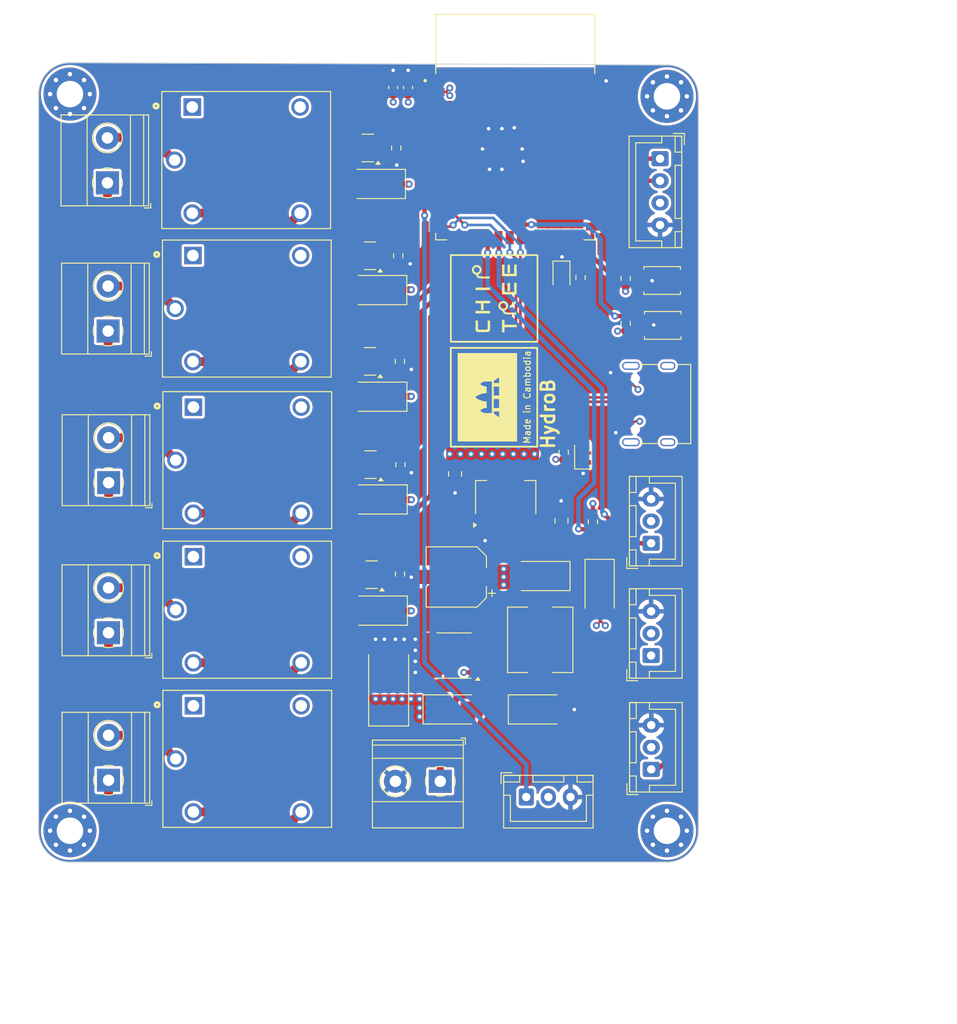
<source format=kicad_pcb>
(kicad_pcb (version 20240108) (generator "pcbnew") (generator_version "8.0")
  (layers (0 "F.Cu" signal) (1 "In1.Cu" power "GND") (2 "In2.Cu" power "PWR") (31 "B.Cu" signal) (34 "B.Paste" user) (35 "F.Paste" user) (36 "B.SilkS" user "B.Silkscreen") (37 "F.SilkS" user "F.Silkscreen") (38 "B.Mask" user) (39 "F.Mask" user) (44 "Edge.Cuts" user))
  (net 0 "")
  (net 1 "GND")
  (net 2 "+3.3V")
  (net 3 "VBUS")
  (net 4 "+5V")
  (net 5 "Net-(D18-K)")
  (net 6 "Net-(D7-A)")
  (net 7 "Net-(D8-A)")
  (net 8 "Net-(D10-A)")
  (net 9 "Net-(D14-A)")
  (net 10 "Net-(D15-A)")
  (net 11 "Net-(D16-A)")
  (net 12 "Net-(D17-K)")
  (net 13 "Net-(D20-A)")
  (net 14 "Net-(J14-Pin_2)")
  (net 15 "Net-(J14-Pin_1)")
  (net 16 "Net-(J15-Pin_2)")
  (net 17 "Net-(J15-Pin_1)")
  (net 18 "Net-(J16-Pin_2)")
  (net 19 "Net-(J16-Pin_1)")
  (net 20 "Net-(J17-Pin_1)")
  (net 21 "Net-(J17-Pin_2)")
  (net 22 "Net-(J18-Pin_2)")
  (net 23 "Net-(J18-Pin_1)")
  (net 24 "/HydroB/Block Sensor1/IO9")
  (net 25 "/HydroB/Block Sensor1/SCL")
  (net 26 "/HydroB/Block Sensor1/SDA")
  (net 27 "/HydroB/Block Sensor1/IO10")
  (net 28 "/HydroB/Block Sensor1/IO8")
  (net 32 "/HydroB/ESP32-S3/D-")
  (net 34 "/HydroB/ESP32-S3/D+")
  (net 45 "Net-(Q6-B)")
  (net 46 "Net-(Q7-B)")
  (net 47 "Net-(Q8-B)")
  (net 48 "Net-(Q9-B)")
  (net 49 "Net-(Q10-B)")
  (net 50 "/HydroB/Block Relay1/RELAY_1")
  (net 51 "/HydroB/Block Relay1/RELAY_4")
  (net 52 "/HydroB/Block Relay1/RELAY_2")
  (net 53 "/HydroB/Block Relay1/RELAY_5")
  (net 54 "/HydroB/Block Relay1/RELAY_3")
  (net 55 "/HydroB/ESP32-S3/LED")
  (net 56 "/HydroB/ESP32-S3/RESET")
  (net 70 "Net-(D1-A)")
  (net 80 "/HydroB/ESP32-S3/BOOT")
  (footprint "Diode_SMD:D_SMA" (layer "F.Cu") (at 168.503472 109.6 180)
    (property "Reference" "D18" (hide yes))
    (property "Value" "B120-E3")
  )
  (footprint "Diode_SMD:D_SMA" (layer "F.Cu") (at 149.882972 65.252472 180)
    (property "Reference" "D7" (hide yes))
    (property "Value" "1N4007")
  )
  (footprint "SRD-05VDC-SL-C:RELAY_SRD-05VDC-SL-C" (layer "F.Cu") (at 135.487472 96.494472)
    (property "Reference" "K9" (hide yes))
    (property "Value" "SRD-05VDC-SL-C")
  )
  (footprint "Diode_SMD:D_SMA" (layer "F.Cu") (at 158.883472 124.688472)
    (property "Reference" "D16" (hide yes))
    (property "Value" "1N4007")
  )
  (footprint "Connector_JST:JST_XH_B4B-XH-A_1x04_P2.50mm_Vertical" (layer "F.Cu") (at 182.2 62.4 -90)
    (property "Reference" "J20" (hide yes))
    (property "Value" "LCD")
  )
  (footprint "MountingHole:MountingHole_3mm_Pad_Via" (layer "F.Cu") (at 115.417472 55.092472)
    (property "Reference" "H6" (hide yes))
    (property "Value" "MountingHole")
  )
  (footprint "Resistor_SMD:R_0603_1608Metric" (layer "F.Cu") (at 152.755472 85.318472 -90)
    (property "Reference" "R13" (hide yes))
    (property "Value" "470")
  )
  (footprint "TerminalBlock_Phoenix:TerminalBlock_Phoenix_MKDS-1,5-2-5.08_1x02_P5.08mm_Horizontal" (layer "F.Cu") (at 119.735472 81.889472 90)
    (property "Reference" "J16" (hide yes))
    (property "Value" "Screw_Terminal_01x02")
  )
  (footprint "Resistor_SMD:R_0603_1608Metric" (layer "F.Cu") (at 174.599472 103.477472 90)
    (property "Reference" "R15" (hide yes))
    (property "Value" "5K")
  )
  (footprint "Connector_JST:JST_XH_B3B-XH-A_1x03_P2.50mm_Vertical" (layer "F.Cu") (at 181.186472 118.592472 90)
    (property "Reference" "J24" (hide yes))
    (property "Value" "Fan")
  )
  (footprint "MOD FILE:XCVR_ESP32-S3-WROOM-1-N16R2" (layer "F.Cu") (at 165.815472 58.828472)
    (property "Reference" "U1" (hide yes))
    (property "Value" "ESP32-S3-WROOM-1-N16R2")
  )
  (footprint "Diode_SMD:D_SMA" (layer "F.Cu") (at 150.039972 89.316472 180)
    (property "Reference" "D14" (hide yes))
    (property "Value" "1N4007")
  )
  (footprint "Package_TO_SOT_SMD:SOT-23" (layer "F.Cu") (at 149.5625 109.45 180)
    (property "Reference" "Q10" (hide yes))
    (property "Value" "S8050")
  )
  (footprint "LED_SMD:LED_0805_2012Metric" (layer "F.Cu") (at 171.043472 75.666472 -90)
    (property "Reference" "D1" (hide yes))
    (property "Value" "LED_Small")
  )
  (footprint "Resistor_SMD:R_0603_1608Metric" (layer "F.Cu") (at 152.566472 73.380472 90)
    (property "Reference" "R12" (hide yes))
    (property "Value" "470")
  )
  (footprint "Capacitor_SMD:C_0805_2012Metric" (layer "F.Cu") (at 159 98.05 -90)
    (property "Reference" "C12" (hide yes))
    (property "Value" "10uf")
  )
  (footprint "Package_SO:SOIC-8_3.9x4.9mm_P1.27mm" (layer "F.Cu") (at 158.883472 118.592472 180)
    (property "Reference" "U4" (hide yes))
    (property "Value" "XL1509-5.0")
  )
  (footprint "Inductor_SMD:L_7.3x7.3_H3.5" (layer "F.Cu") (at 168.637472 116.814472 90)
    (property "Reference" "L2" (hide yes))
    (property "Value" "68uH")
  )
  (footprint "Connector_JST:JST_XH_B3B-XH-A_1x03_P2.50mm_Vertical" (layer "F.Cu") (at 181.186472 105.892472 90)
    (property "Reference" "J21" (hide yes))
    (property "Value" "DS18B20 sensor")
  )
  (footprint "Resistor_SMD:R_0603_1608Metric" (layer "F.Cu") (at 178.308 75.946 -90)
    (property "Reference" "R18" (hide yes))
    (property "Value" "10k")
  )
  (footprint "Resistor_SMD:R_0603_1608Metric" (layer "F.Cu") (at 173.202472 75.841972 -90)
    (property "Reference" "R1" (hide yes))
    (property "Value" "1k")
  )
  (footprint "CHIPTREE_LOGO:CHPTREE-10x10mm" (layer "F.Cu") (at 163.423472 78.206472 90)
    (property "Reference" "G***" (hide yes))
    (property "Value" "LOGO" (hide yes))
  )
  (footprint "CHIPTREE_LOGO:cam10x10" (layer "F.Cu") (at 162.661472 89.382472 90)
    (property "Reference" "G***" (hide yes))
    (property "Value" "LOGO" (hide yes))
  )
  (footprint "Package_TO_SOT_SMD:SOT-23" (layer "F.Cu") (at 149.120972 61.188472 180)
    (property "Reference" "Q6" (hide yes))
    (property "Value" "S8050")
  )
  (footprint "Capacitor_SMD:CP_Elec_6.3x7.7" (layer "F.Cu") (at 159.137472 109.702472 180)
    (property "Reference" "C9" (hide yes))
    (property "Value" "180uf/35V")
  )
  (footprint "Package_TO_SOT_SMD:SOT-23" (layer "F.Cu") (at 149.374972 73.380472 180)
    (property "Reference" "Q8" (hide yes))
    (property "Value" "S8050")
  )
  (footprint "SRD-05VDC-SL-C:RELAY_SRD-05VDC-SL-C" (layer "F.Cu") (at 135.431472 79.349472)
    (property "Reference" "K8" (hide yes))
    (property "Value" "SRD-05VDC-SL-C")
  )
  (footprint "Package_TO_SOT_SMD:SOT-223-3_TabPin2" (layer "F.Cu") (at 164.730972 100.708972 90)
    (property "Reference" "U5" (hide yes))
    (property "Value" "AMS1117-3.3")
  )
  (footprint "Diode_SMD:D_SMA" (layer "F.Cu") (at 168.535472 124.688472)
    (property "Reference" "D17" (hide yes))
    (property "Value" "1N5820")
  )
  (footprint "Diode_SMD:D_SMA" (layer "F.Cu") (at 150.1025 113.514 180)
    (property "Reference" "D15" (hide yes))
    (property "Value" "1N4007")
  )
  (footprint "Resistor_SMD:R_0603_1608Metric" (layer "F.Cu") (at 152.344472 61.188472 90)
    (property "Reference" "R9" (hide yes))
    (property "Value" "470")
  )
  (footprint "Resistor_SMD:R_0603_1608Metric" (layer "F.Cu") (at 152.7675 109.371 -90)
    (property "Reference" "R14" (hide yes))
    (property "Value" "470")
  )
  (footprint "TerminalBlock_Phoenix:TerminalBlock_Phoenix_MKDS-1,5-2-5.08_1x02_P5.08mm_Horizontal" (layer "F.Cu") (at 119.782472 116.014972 90)
    (property "Reference" "J15" (hide yes))
    (property "Value" "Screw_Terminal_01x02")
  )
  (footprint "Connector_JST:JST_XH_B3B-XH-A_1x03_P2.50mm_Vertical" (layer "F.Cu") (at 167.059472 134.594472)
    (property "Reference" "J23" (hide yes))
    (property "Value" "PH sensor")
  )
  (footprint "MountingHole:MountingHole_3mm_Pad_Via" (layer "F.Cu") (at 115.417472 138.404472)
    (property "Reference" "H7" (hide yes))
    (property "Value" "MountingHole")
  )
  (footprint "Resistor_SMD:R_0603_1608Metric" (layer "F.Cu") (at 171.297472 95.603472 90)
    (property "Reference" "R16" (hide yes))
    (property "Value" "1k")
  )
  (footprint "Package_TO_SOT_SMD:SOT-23" (layer "F.Cu") (at 149.374972 85.318472 180)
    (property "Reference" "Q9" (hide yes))
    (property "Value" "S8050")
  )
  (footprint "Connector_USB:USB_C_Receptacle_Palconn_UTC16-G" (layer "F.Cu") (at 180.836472 90.144472 90)
    (property "Reference" "J26" (hide yes))
    (property "Value" "USB_C_2.0")
  )
  (footprint "TerminalBlock_Phoenix:TerminalBlock_Phoenix_MKDS-1,5-2-5.08_1x02_P5.08mm_Horizontal" (layer "F.Cu") (at 119.794472 99.039472 90)
    (property "Reference" "J17" (hide yes))
    (property "Value" "Screw_Terminal_01x02")
  )
  (footprint "TerminalBlock_Phoenix:TerminalBlock_Phoenix_MKDS-1,5-2-5.08_1x02_P5.08mm_Horizontal" (layer "F.Cu") (at 119.659472 65.130472 90)
    (property "Reference" "J14" (hide yes))
    (property "Value" "Screw_Terminal_01x02")
  )
  (footprint "SRD-05VDC-SL-C:RELAY_SRD-05VDC-SL-C" (layer "F.Cu") (at 135.360472 62.554472)
    (property "Reference" "K5" (hide yes))
    (property "Value" "SRD-05VDC-SL-C")
  )
  (footprint "Capacitor_Tantalum_SMD:CP_EIA-7343-30_AVX-N" (layer "F.Cu") (at 151.485472 122.148472 90)
    (property "Reference" "C8" (hide yes))
    (property "Value" "470uf/35V")
  )
  (footprint "Connector_JST:JST_XH_B3B-XH-A_1x03_P2.50mm_Vertical" (layer "F.Cu") (at 181.203472 131.466472 90)
    (property "Reference" "J1" (hide yes))
    (property "Value" "EC sensor")
  )
  (footprint "Button_Switch_SMD:SW_Push_SPST_NO_Alps_SKRK" (layer "F.Cu") (at 182.499 81.248472)
    (property "Reference" "SW3" (hide yes))
    (property "Value" "K2")
  )
  (footprint "Resistor_SMD:R_0603_1608Metric" (layer "F.Cu") (at 152.818 97 -90)
    (property "Reference" "R11" (hide yes))
    (property "Value" "470")
  )
  (footprint "TerminalBlock_Phoenix:TerminalBlock_Phoenix_MKDS-1,5-2-5.08_1x02_P5.08mm_Horizontal" (layer "F.Cu") (at 119.786472 132.689472 90)
    (property "Reference" "J18" (hide yes))
    (property "Value" "Screw_Terminal_01x02")
  )
  (footprint "Diode_SMD:D_SMA" (layer "F.Cu") (at 150.026472 77.256472 180)
    (property "Reference" "D10" (hide yes))
    (property "Value" "1N4007")
  )
  (footprint "Capacitor_SMD:C_0805_2012Metric" (layer "F.Cu") (at 171.043472 103.352472 90)
    (property "Reference" "C10" (hide yes))
    (property "Value" "10uf")
  )
  (footprint "MountingHole:MountingHole_3mm_Pad_Via" (layer "F.Cu") (at 182.981472 55.346472)
    (property "Reference" "H8" (hide yes))
    (property "Value" "MountingHole")
  )
  (footprint "Capacitor_SMD:C_0603_1608Metric" (layer "F.Cu") (at 151.993472 54.343472 -90)
    (property "Reference" "C6" (hide yes))
    (property "Value" "0.1uF")
  )
  (footprint "Package_TO_SOT_SMD:SOT-23" (layer "F.Cu") (at 149.4375 97 180)
    (property "Reference" "Q7" (hide yes))
    (property "Value" "S8050")
  )
  (footprint "Capacitor_SMD:C_0603_1608Metric" (layer "F.Cu") (at 153.683472 54.343472 -90)
    (property "Reference" "C4" (hide yes))
    (property "Value" "10uF")
  )
  (footprint "MountingHole:MountingHole_3mm_Pad_Via" (layer "F.Cu") (at 182.981472 138.404472)
    (property "Reference" "H5" (hide yes))
    (property "Value" "MountingHole")
  )
  (footprint "Diode_SMD:D_SMA" (layer "F.Cu") (at 150.076 100.939 180)
    (property "Reference" "D8" (hide yes))
    (property "Value" "1N4007")
  )
  (footprint "LED_SMD:LED_0805_2012Metric" (layer "F.Cu") (at 173.492472 95.809472 90)
    (property "Reference" "D20" (hide yes))
    (property "Value" "LED_Small")
  )
  (footprint "Button_Switch_SMD:SW_Push_SPST_NO_Alps_SKRK" (layer "F.Cu") (at 182.431 76.174472)
    (property "Reference" "SW4" (hide yes))
    (property "Value" "K1")
  )
  (footprint "SRD-05VDC-SL-C:RELAY_SRD-05VDC-SL-C" (layer "F.Cu") (at 135.479472 113.411472)
    (property "Reference" "K7" (hide yes))
    (property "Value" "SRD-05VDC-SL-C")
  )
  (footprint "TerminalBlock_Phoenix:TerminalBlock_Phoenix_MKDS-1,5-2-5.08_1x02_P5.08mm_Horizontal" (layer "F.Cu") (at 157.327472 132.816472 180)
    (property "Reference" "J2" (hide yes))
    (property "Value" "Screw_Terminal_01x02")
  )
  (footprint "SRD-05VDC-SL-C:RELAY_SRD-05VDC-SL-C" (layer "F.Cu") (at 135.483472 130.276472)
    (property "Reference" "K10" (hide yes))
    (property "Value" "SRD-05VDC-SL-C")
  )
  (footprint "Resistor_SMD:R_0603_1608Metric" (layer "F.Cu") (at 178.308 81.026 -90)
    (property "Reference" "R17" (hide yes))
    (property "Value" "10k")
  )
  (footprint "Diode_SMD:D_SMA" (layer "F.Cu") (at 175.361472 111.226472 -90)
    (property "Reference" "D19" (hide yes))
    (property "Value" "B120-E3")
  )
  (gr_rect (start 158.521272 83.794472) (end 168.300272 94.970472) (stroke (width 0.2)) (fill none) (layer "F.SilkS"))
  (gr_arc (start 111.861472 55.092472) (mid 112.903 52.578) (end 115.417472 51.536472) (stroke (width 0.1)) (layer "Edge.Cuts"))
  (gr_line (start 111.861472 55.092472) (end 111.861472 138.404472) (stroke (width 0.1)) (layer "Edge.Cuts"))
  (gr_line (start 115.417472 141.960472) (end 182.981472 141.960472) (stroke (width 0.1)) (layer "Edge.Cuts"))
  (gr_line (start 186.537472 138.404472) (end 186.537472 55.346472) (stroke (width 0.1)) (layer "Edge.Cuts"))
  (gr_arc (start 182.981472 51.790472) (mid 185.495944 52.832) (end 186.537472 55.346472) (stroke (width 0.1)) (layer "Edge.Cuts"))
  (gr_arc (start 186.537472 138.404472) (mid 185.495944 140.918944) (end 182.981472 141.960472) (stroke (width 0.1)) (layer "Edge.Cuts"))
  (gr_arc (start 115.417472 141.960472) (mid 112.903 140.918944) (end 111.861472 138.404472) (stroke (width 0.1)) (layer "Edge.Cuts"))
  (gr_line (start 182.981472 51.790472) (end 115.417472 51.536472) (stroke (width 0.1)) (layer "Edge.Cuts"))
  (gr_text "HydroB" (at 170.4 95.4 90) (layer "F.SilkS") (effects (font (size 1.5 1.5) (thickness 0.3) (bold yes)) (justify left bottom)))
  (gr_text "Made in Cambodia " (at 167.6 94.7166 90) (layer "F.SilkS") (effects (font (size 0.75 0.75) (thickness 0.125)) (justify left bottom)))
  (segment (start 171.043472 73.556528) (end 171.1 73.5) (width 0.5) (layer "F.Cu") (net 1))
  (segment (start 164.315472 62.688472) (end 164.315472 63.584528) (width 0.25) (layer "F.Cu") (net 1))
  (segment (start 153.67 87.122) (end 150.876 87.122) (width 0.5) (layer "F.Cu") (net 1))
  (segment (start 177.238923 93.344472) (end 178.326472 93.344472) (width 0.5) (layer "F.Cu") (net 1))
  (segment (start 153.7 53.551944) (end 153.683472 53.568472) (width 0.5) (layer "F.Cu") (net 1))
  (segment (start 152 52.4) (end 152 53.561944) (width 0.5) (layer "F.Cu") (net 1))
  (segment (start 155.7 111.3) (end 151.4 111.3) (width 0.5) (layer "F.Cu") (net 1))
  (segment (start 162.915472 61.288472) (end 162.111528 61.288472) (width 0.25) (layer "F.Cu") (net 1))
  (segment (start 162.4 103.889944) (end 162.430972 103.858972) (width 0.5) (layer "F.Cu") (net 1))
  (segment (start 181.3 76.2) (end 180.213 76.2) (width 0.5) (layer "F.Cu") (net 1))
  (segment (start 173.5 96.7545) (end 173.492472 96.746972) (width 0.5) (layer "F.Cu") (net 1))
  (segment (start 150.312472 86.558472) (end 150.312472 86.268472) (width 0.5) (layer "F.Cu") (net 1))
  (segment (start 152.4 63.119) (end 150.495 63.119) (width 0.5) (layer "F.Cu") (net 1))
  (segment (start 171.043472 74.728972) (end 171.043472 73.556528) (width 0.5) (layer "F.Cu") (net 1))
  (segment (start 174.597 53.6) (end 174.565472 53.568472) (width 0.5) (layer "F.Cu") (net 1))
  (segment (start 153.683472 53.568472) (end 157.065472 53.568472) (width 0.5) (layer "F.Cu") (net 1))
  (segment (start 153.543 75.184) (end 150.876 75.184) (width 0.5) (layer "F.Cu") (net 1))
  (segment (start 162.111528 61.288472) (end 162.1 61.3) (width 0.25) (layer "F.Cu") (net 1))
  (segment (start 152 53.561944) (end 151.993472 53.568472) (width 0.5) (layer "F.Cu") (net 1))
  (segment (start 164.315472 59.015472) (end 164.3 59) (width 0.25) (layer "F.Cu") (net 1))
  (segment (start 153.543 98.933) (end 154.051 98.425) (width 0.5) (layer "F.Cu") (net 1))
  (segment (start 153.924 74.295) (end 153.924 74.803) (width 0.5) (layer "F.Cu") (net 1))
  (segment (start 153.7 52.4) (end 153.7 53.551944) (width 0.5) (layer "F.Cu") (net 1))
  (segment (start 150.495 63.119) (end 150.058472 62.682472) (width 0.5) (layer "F.Cu") (net 1))
  (segment (start 164.315472 63.584528) (end 164.3 63.6) (width 0.25) (layer "F.Cu") (net 1))
  (segment (start 156.345944 116.75) (end 156.408472 116.687472) (width 0.5) (layer "F.Cu") (net 1))
  (segment (start 180.447472 81.2) (end 180.399 81.248472) (width 0.5) (layer "F.Cu") (net 1))
  (segment (start 165.715472 59.888472) (end 165.715472 58.915472) (width 0.25) (layer "F.Cu") (net 1))
  (segment (start 156.405944 120.5) (end 156.408472 120.497472) (width 0.5) (layer "F.Cu") (net 1))
  (segment (start 164.315472 59.888472) (end 164.315472 59.015472) (width 0.25) (layer "F.Cu") (net 1))
  (segment (start 150.375 97.95) (end 150.375 98.432) (width 0.5) (layer "F.Cu") (net 1))
  (segment (start 159 100.2) (end 159 99) (width 0.5) (layer "F.Cu") (net 1))
  (segment (start 170.547 124.7) (end 170.535472 124.688472) (width 0.5) (layer "F.Cu") (net 1))
  (segment (start 153.924 74.803) (end 153.543 75.184) (width 0.5) (layer "F.Cu") (net 1))
  (segment (start 172.5 124.7) (end 170.547 124.7) (width 0.5) (layer "F.Cu") (net 1))
  (segment (start 150.058472 62.682472) (end 150.058472 62.138472) (width 0.5) (layer "F.Cu") (net 1))
  (segment (start 166.588472 61.288472) (end 166.6 61.3) (width 0.25) (layer "F.Cu") (net 1))
  (segment (start 150.312472 74.620472) (end 150.312472 74.330472) (width 0.5) (layer "F.Cu") (net 1))
  (segment (start 162.915472 59.115472) (end 162.8 59) (width 0.25) (layer "F.Cu") (net 1))
  (segment (start 156.437472 109.702472) (end 156.437472 110.562528) (width 0.5) (layer "F.Cu") (net 1))
  (segment (start 166.688472 62.688472) (end 166.7 62.7) (width 0.25) (layer "F.Cu") (net 1))
  (segment (start 181.483 81.2) (end 180.447472 81.2) (width 0.5) (layer "F.Cu") (net 1))
  (segment (start 156.385944 119.25) (end 156.408472 119.227472) (width 0.5) (layer "F.Cu") (net 1))
  (segment (start 156.365944 118) (end 156.408472 117.957472) (width 0.5) (layer "F.Cu") (net 1))
  (segment (start 171 101.1) (end 171 102.359) (width 0.5) (layer "F.Cu") (net 1))
  (segment (start 154.051 109.728) (end 156.411944 109.728) (width 0.5) (layer "F.Cu") (net 1))
  (segment (start 162.915472 62.688472) (end 162.915472 63.584528) (width 0.25) (layer "F.Cu") (net 1))
  (segment (start 165.715472 61.288472) (end 166.588472 61.288472) (width 0.25) (layer "F.Cu") (net 1))
  (segment (start 180.213 76.2) (end 180.187472 76.174472) (width 0.5) (layer "F.Cu") (net 1))
  (segment (start 156.411944 109.728) (end 156.437472 109.702472) (width 0.5) (layer "F.Cu") (net 1))
  (segment (start 154.051 98.425) (end 154.051 97.917) (width 0.5) (layer "F.Cu") (net 1))
  (segment (start 156.437472 110.562528) (end 155.7 111.3) (width 0.5) (layer "F.Cu") (net 1))
  (segment (start 177.194788 93.388607) (end 177.238923 93.344472) (width 0.5) (layer "F.Cu") (net 1))
  (segment (start 150.876 75.184) (end 150.312472 74.620472) (width 0.5) (layer "F.Cu") (net 1))
  (segment (start 176.944472 86.944472) (end 178.326472 86.944472) (width 0.5) (layer "F.Cu") (net 1))
  (segment (start 150.375 98.432) (end 150.876 98.933) (width 0.5) (layer "F.Cu") (net 1))
  (segment (start 173.5 98) (end 173.5 96.7545) (width 0.5) (layer "F.Cu") (net 1))
  (segment (start 176.1 53.6) (end 174.597 53.6) (width 0.5) (layer "F.Cu") (net 1))
  (segment (start 150.876 87.122) (end 150.312472 86.558472) (width 0.5) (layer "F.Cu") (net 1))
  (segment (start 171 102.359) (end 171.043472 102.402472) (width 0.5) (layer "F.Cu") (net 1))
  (segment (start 162.915472 59.888472) (end 162.915472 59.115472) (width 0.25) (layer "F.Cu") (net 1))
  (segment (start 154.051 86.233) (end 154.051 86.741) (width 0.5) (layer "F.Cu") (net 1))
  (segment (start 162.4 105.6) (end 162.4 103.889944) (width 0.5) (layer "F.Cu") (net 1))
  (segment (start 151.4 111.3) (end 150.5 110.4) (width 0.5) (layer "F.Cu") (net 1))
  (segment (start 176.6 86.6) (end 176.944472 86.944472) (width 0.5) (layer "F.Cu") (net 1))
  (segment (start 161.371 116.7) (end 161.358472 116.687472) (width 0.5) (layer "F.Cu") (net 1))
  (segment (start 165.715472 58.915472) (end 165.7 58.9) (width 0.25) (layer "F.Cu") (net 1))
  (segment (start 150.876 98.933) (end 153.543 98.933) (width 0.5) (layer "F.Cu") (net 1))
  (segment (start 165.715472 62.688472) (end 166.688472 62.688472) (width 0.25) (layer "F.Cu") (net 1))
  (segment (start 154.051 86.741) (end 153.67 87.122) (width 0.5) (layer "F.Cu") (net 1))
  (segment (start 162.915472 63.584528) (end 162.9 63.6) (width 0.25) (layer "F.Cu") (net 1))
  (segment (start 164.315472 61.288472) (end 165.715472 61.288472) (width 0.25) (layer "F.Cu") (net 1))
  (via (at 176.1 53.6) (size 0.8) (drill 0.4) (layers "F.Cu" "B.Cu") (net 1))
  (via (at 162.8 59) (size 0.8) (drill 0.4) (layers "F.Cu" "B.Cu") (net 1))
  (via (at 173.5 98) (size 0.8) (drill 0.4) (layers "F.Cu" "B.Cu") (net 1))
  (via (at 153.7 52.4) (size 0.8) (drill 0.4) (layers "F.Cu" "B.Cu") (net 1))
  (via (at 171.1 73.5) (size 0.8) (drill 0.4) (layers "F.Cu" "B.Cu") (net 1))
  (via (at 165.7 58.9) (size 0.8) (drill 0.4) (layers "F.Cu" "B.Cu") (net 1))
  (via (at 154.051 109.728) (size 0.8) (drill 0.4) (layers "F.Cu" "B.Cu") (net 1))
  (via (at 153.924 74.295) (size 0.8) (drill 0.4) (layers "F.Cu" "B.Cu") (net 1))
  (via (at 151 116.75) (size 0.8) (drill 0.4) (layers "F.Cu" "B.Cu") (net 1))
  (via (at 177.194788 93.388607) (size 0.8) (drill 0.4) (layers "F.Cu" "B.Cu") (net 1))
  (via (at 152.25 116.75) (size 0.8) (drill 0.4) (layers "F.Cu" "B.Cu") (net 1))
  (via (at 159 100.2) (size 0.8) (drill 0.4) (layers "F.Cu" "B.Cu") (net 1))
  (via (at 154.5 120.5) (size 0.8) (drill 0.4) (layers "F.Cu" "B.Cu") (net 1))
  (via (at 166.7 62.7) (size 0.8) (drill 0.4) (layers "F.Cu" "B.Cu") (net 1))
  (via (at 154.5 116.75) (size 0.8) (drill 0.4) (layers "F.Cu" "B.Cu") (net 1))
  (via (at 152.4 63.119) (size 0.8) (drill 0.4) (layers "F.Cu" "B.Cu") (net 1))
  (via (at 154.5 118) (size 0.8) (drill 0.4) (layers "F.Cu" "B.Cu") (net 1))
  (via (at 154.5 119.25) (size 0.8) (drill 0.4) (layers "F.Cu" "B.Cu") (net 1))
  (via (at 154.051 97.917) (size 0.8) (drill 0.4) (layers "F.Cu" "B.Cu") (net 1))
  (via (at 164.3 63.6) (size 0.8) (drill 0.4) (layers "F.Cu" "B.Cu") (net 1))
  (via (at 162.9 63.6) (size 0.8) (drill 0.4) (layers "F.Cu" "B.Cu") (net 1))
  (via (at 181.483 81.2) (size 0.8) (drill 0.4) (layers "F.Cu" "B.Cu") (net 1))
  (via (at 171 101.1) (size 0.8) (drill 0.4) (layers "F.Cu" "B.Cu") (net 1))
  (via (at 152 52.4) (size 0.8) (drill 0.4) (layers "F.Cu" "B.Cu") (net 1))
  (via (at 181.3 76.2) (size 0.8) (drill 0.4) (layers "F.Cu" "B.Cu") (net 1))
  (via (at 150 116.75) (size 0.8) (drill 0.4) (layers "F.Cu" "B.Cu") (net 1))
  (via (at 162.4 105.6) (size 0.8) (drill 0.4) (layers "F.Cu" "B.Cu") (net 1))
  (via (at 153.25 116.75) (size 0.8) (drill 0.4) (layers "F.Cu" "B.Cu") (net 1))
  (via (at 162.1 61.3) (size 0.8) (drill 0.4) (layers "F.Cu" "B.Cu") (net 1))
  (via (at 166.6 61.3) (size 0.8) (drill 0.4) (layers "F.Cu" "B.Cu") (net 1))
  (via (at 154.051 86.233) (size 0.8) (drill 0.4) (layers "F.Cu" "B.Cu") (net 1))
  (via (at 172.5 124.7) (size 0.8) (drill 0.4) (layers "F.Cu" "B.Cu") (net 1))
  (via (at 164.3 59) (size 0.8) (drill 0.4) (layers "F.Cu" "B.Cu") (net 1))
  (via (at 176.6 86.6) (size 0.8) (drill 0.4) (layers "F.Cu" "B.Cu") (net 1))
  (segment (start 177.449 81.851) (end 177.4 81.9) (width 0.25) (layer "F.Cu") (net 2))
  (segment (start 178.308 77.392) (end 178.3 77.4) (width 0.25) (layer "F.Cu") (net 2))
  (segment (start 153.683472 55.983472) (end 153.7 56) (width 0.25) (layer "F.Cu") (net 2))
  (segment (start 151.993472 55.993472) (end 152 56) (width 0.25) (layer "F.Cu") (net 2))
  (segment (start 157.98 54.838472) (end 158.4 55.258472) (width 0.25) (layer "F.Cu") (net 2))
  (segment (start 157.961528 54.838472) (end 158.4 54.4) (width 0.25) (layer "F.Cu") (net 2))
  (segment (start 153.683472 55.118472) (end 153.683472 55.983472) (width 0.25) (layer "F.Cu") (net 2))
  (segment (start 157.065472 54.838472) (end 157.961528 54.838472) (width 0.25) (layer "F.Cu") (net 2))
  (segment (start 151.993472 55.118472) (end 151.993472 55.993472) (width 0.25) (layer "F.Cu") (net 2))
  (segment (start 170.428472 96.428472) (end 170.4 96.4) (width 0.25) (layer "F.Cu") (net 2))
  (segment (start 178.308 81.851) (end 177.449 81.851) (width 0.25) (layer "F.Cu") (net 2))
  (segment (start 171.297472 96.428472) (end 170.428472 96.428472) (width 0.25) (layer "F.Cu") (net 2))
  (segment (start 157.065472 54.838472) (end 157.98 54.838472) (width 0.25) (layer "F.Cu") (net 2))
  (segment (start 178.308 76.771) (end 178.308 77.392) (width 0.25) (layer "F.Cu") (net 2))
  (via (at 152 56) (size 0.8) (drill 0.4) (layers "F.Cu" "B.Cu") (net 2))
  (via (at 177.4 81.9) (size 0.8) (drill 0.4) (layers "F.Cu" "B.Cu") (net 2))
  (via (at 159.6 95.8) (size 0.8) (drill 0.4) (layers "F.Cu" "B.Cu") (net 2))
  (via (at 170.4 96.4) (size 0.8) (drill 0.4) (layers "F.Cu" "B.Cu") (net 2))
  (via (at 158.4 54.4) (size 0.8) (drill 0.4) (layers "F.Cu" "B.Cu") (net 2))
  (via (at 160.8 95.8) (size 0.8) (drill 0.4) (layers "F.Cu" "B.Cu") (net 2))
  (via (at 158.4 55.258472) (size 0.8) (drill 0.4) (layers "F.Cu" "B.Cu") (net 2))
  (via (at 158.4 95.8) (size 0.8) (drill 0.4) (layers "F.Cu" "B.Cu") (net 2))
  (via (at 153.7 56) (size 0.8) (drill 0.4) (layers "F.Cu" "B.Cu") (net 2))
  (via (at 163.2 95.8) (size 0.8) (drill 0.4) (layers "F.Cu" "B.Cu") (net 2))
  (via (at 168 95.8) (size 0.8) (drill 0.4) (layers "F.Cu" "B.Cu") (net 2))
  (via (at 166.8 95.8) (size 0.8) (drill 0.4) (layers "F.Cu" "B.Cu") (net 2))
  (via (at 164.4 95.8) (size 0.8) (drill 0.4) (layers "F.Cu" "B.Cu") (net 2))
  (via (at 178.3 77.4) (size 0.8) (drill 0.4) (layers "F.Cu" "B.Cu") (net 2))
  (via (at 165.6 95.8) (size 0.8) (drill 0.4) (layers "F.Cu" "B.Cu") (net 2))
  (via (at 162 95.8) (size 0.8) (drill 0.4) (layers "F.Cu" "B.Cu") (net 2))
  (segment (start 178.326472 92.544472) (end 178.921878 92.544472) (width 0.25) (layer "F.Cu") (net 3))
  (segment (start 175.361472 114.838528) (end 175 115.2) (width 0.25) (layer "F.Cu") (net 3))
  (segment (start 175.361472 114.561472) (end 176 115.2) (width 0.25) (layer "F.Cu") (net 3))
  (segment (start 178.921878 92.544472) (end 179.36635 92.1) (width 0.25) (layer "F.Cu") (net 3))
  (segment (start 161.358472 120.497472) (end 160.002528 120.497472) (width 0.25) (layer "F.Cu") (net 3))
  (segment (start 178.326472 87.744472) (end 178.501472 87.919472) (width 0.25) (layer "F.Cu") (net 3))
  (segment (start 178.501472 87.919472) (end 179.119472 87.919472) (width 0.25) (layer "F.Cu") (net 3))
  (segment (start 175.361472 113.226472) (end 175.361472 114.561472) (width 0.25) (layer "F.Cu") (net 3))
  (segment (start 175.361472 113.226472) (end 175.361472 114.838528) (width 0.25) (layer "F.Cu") (net 3))
  (segment (start 179.36635 92.1) (end 179.9 92.1) (width 0.25) (layer "F.Cu") (net 3))
  (segment (start 160.002528 120.497472) (end 160 120.5) (width 0.25) (layer "F.Cu") (net 3))
  (segment (start 179.119472 87.919472) (end 179.7 88.5) (width 0.25) (layer "F.Cu") (net 3))
  (via (at 179.9 92.1) (size 0.8) (drill 0.4) (layers "F.Cu" "B.Cu") (net 3))
  (via (at 153 123.5) (size 0.8) (drill 0.4) (layers "F.Cu" "B.Cu") (net 3))
  (via (at 151 123.5) (size 0.8) (drill 0.4) (layers "F.Cu" "B.Cu") (net 3))
  (via (at 155 125.5) (size 0.8) (drill 0.4) (layers "F.Cu" "B.Cu") (net 3))
  (via (at 155 123.5) (size 0.8) (drill 0.4) (layers "F.Cu" "B.Cu") (net 3))
  (via (at 150 123.5) (size 0.8) (drill 0.4) (layers "F.Cu" "B.Cu") (net 3))
  (via (at 154 123.5) (size 0.8) (drill 0.4) (layers "F.Cu" "B.Cu") (net 3))
  (via (at 152 123.5) (size 0.8) (drill 0.4) (layers "F.Cu" "B.Cu") (net 3))
  (via (at 176 115.2) (size 0.8) (drill 0.4) (layers "F.Cu" "B.Cu") (net 3))
  (via (at 175 115.2) (size 0.8) (drill 0.4) (layers "F.Cu" "B.Cu") (net 3))
  (via (at 179.7 88.5) (size 0.8) (drill 0.4) (layers "F.Cu" "B.Cu") (net 3))
  (via (at 160 120.5) (size 0.8) (drill 0.4) (layers "F.Cu" "B.Cu") (net 3))
  (via (at 155 124.5) (size 0.8) (drill 0.4) (layers "F.Cu" "B.Cu") (net 3))
  (segment (start 152.1265 113.538) (end 152.1025 113.514) (width 0.8) (layer "F.Cu") (net 4))
  (segment (start 153.797 65.278) (end 151.9085 65.278) (width 0.8) (layer "F.Cu") (net 4))
  (segment (start 151.9085 65.278) (end 151.882972 65.252472) (width 0.8) (layer "F.Cu") (net 4))
  (segment (start 168.637472 113.614472) (end 168.085528 113.614472) (width 0.8) (layer "F.Cu") (net 4))
  (segment (start 152.075444 89.281) (end 152.039972 89.316472) (width 0.8) (layer "F.Cu") (net 4))
  (segment (start 174.599472 102.652472) (end 174.599472 101.400528) (width 0.5) (layer "F.Cu") (net 4))
  (segment (start 154.051 77.216) (end 152.066944 77.216) (width 0.8) (layer "F.Cu") (net 4))
  (segment (start 154.051 89.281) (end 152.075444 89.281) (width 0.8) (layer "F.Cu") (net 4))
  (segment (start 154.051 113.538) (end 152.1265 113.538) (width 0.8) (layer "F.Cu") (net 4))
  (segment (start 152.066944 77.216) (end 152.026472 77.256472) (width 0.8) (layer "F.Cu") (net 4))
  (segment (start 154.051 100.965) (end 152.102 100.965) (width 0.8) (layer "F.Cu") (net 4))
  (segment (start 174.599472 101.400528) (end 174.6 101.4) (width 0.5) (layer "F.Cu") (net 4))
  (segment (start 163.742528 117.957472) (end 161.358472 117.957472) (width 0.8) (layer "F.Cu") (net 4))
  (segment (start 152.102 100.965) (end 152.076 100.939) (width 0.8) (layer "F.Cu") (net 4))
  (segment (start 168.085528 113.614472) (end 163.742528 117.957472) (width 0.8) (layer "F.Cu") (net 4))
  (via (at 154.051 100.965) (size 0.8) (drill 0.4) (layers "F.Cu" "B.Cu") (net 4))
  (via (at 153.797 65.278) (size 0.8) (drill 0.4) (layers "F.Cu" "B.Cu") (net 4))
  (via (at 154.051 77.216) (size 0.8) (drill 0.4) (layers "F.Cu" "B.Cu") (net 4))
  (via (at 174.6 101.4) (size 0.8) (drill 0.4) (layers "F.Cu" "B.Cu") (net 4))
  (via (at 164.5 110.6) (size 0.8) (drill 0.4) (layers "F.Cu" "B.Cu") (net 4))
  (via (at 154.051 89.281) (size 0.8) (drill 0.4) (layers "F.Cu" "B.Cu") (net 4))
  (via (at 154.051 113.538) (size 0.8) (drill 0.4) (layers "F.Cu" "B.Cu") (net 4))
  (via (at 164.5 108.8) (size 0.8) (drill 0.4) (layers "F.Cu" "B.Cu") (net 4))
  (via (at 164.5 109.7) (size 0.8) (drill 0.4) (layers "F.Cu" "B.Cu") (net 4))
  (segment (start 168.958972 103.858972) (end 169.402472 104.302472) (width 0.5) (layer "F.Cu") (net 5))
  (segment (start 171.043472 104.302472) (end 171.043472 106.5) (width 0.5) (layer "F.Cu") (net 5))
  (segment (start 167.030972 103.858972) (end 168.958972 103.858972) (width 0.5) (layer "F.Cu") (net 5))
  (segment (start 170.503472 107.04) (end 170.503472 109.448472) (width 0.5) (layer "F.Cu") (net 5))
  (segment (start 172.826472 109.6) (end 173.2 109.226472) (width 0.5) (layer "F.Cu") (net 5))
  (segment (start 169.402472 104.302472) (end 171.043472 104.302472) (width 0.5) (layer "F.Cu") (net 5))
  (segment (start 170.503472 109.448472) (end 170.655 109.6) (width 0.5) (layer "F.Cu") (net 5))
  (segment (start 171.043472 106.5) (end 170.503472 107.04) (width 0.5) (layer "F.Cu") (net 5))
  (segment (start 170.655 109.6) (end 172.826472 109.6) (width 0.5) (layer "F.Cu") (net 5))
  (segment (start 173.2 109.226472) (end 175.361472 109.226472) (width 0.5) (layer "F.Cu") (net 5))
  (segment (start 141.247528 65.252472) (end 147.882972 65.252472) (width 1) (layer "F.Cu") (net 6))
  (segment (start 147.882972 65.252472) (end 147.882972 63.117028) (width 0.5) (layer "F.Cu") (net 6))
  (segment (start 147.882972 63.117028) (end 148.183472 62.816528) (width 0.5) (layer "F.Cu") (net 6))
  (segment (start 129.260472 68.554472) (end 137.945528 68.554472) (width 1) (layer "F.Cu") (net 6))
  (segment (start 148.183472 62.816528) (end 148.183472 61.188472) (width 0.5) (layer "F.Cu") (net 6))
  (segment (start 137.945528 68.554472) (end 141.247528 65.252472) (width 1) (layer "F.Cu") (net 6))
  (segment (start 148.5 98.576) (end 148.076 99) (width 0.5) (layer "F.Cu") (net 7))
  (segment (start 144.5 111.5) (end 144.5 104.515) (width 1) (layer "F.Cu") (net 7))
  (segment (start 148.076 99) (end 148.076 100.939) (width 0.5) (layer "F.Cu") (net 7))
  (segment (start 136.588528 119.411472) (end 144.5 111.5) (width 1) (layer "F.Cu") (net 7))
  (segment (start 129.379472 119.411472) (end 136.588528 119.411472) (width 1) (layer "F.Cu") (net 7))
  (segment (start 144.5 104.515) (end 148.076 100.939) (width 1) (layer "F.Cu") (net 7))
  (segment (start 148.5 97) (end 148.5 98.576) (width 0.5) (layer "F.Cu") (net 7))
  (segment (start 148 77.23) (end 148.026472 77.256472) (width 0.5) (layer "F.Cu") (net 8))
  (segment (start 148.437472 73.380472) (end 148.437472 74.75) (width 0.5) (layer "F.Cu") (net 8))
  (segment (start 146.243528 77.256472) (end 148.026472 77.256472) (width 1) (layer "F.Cu") (net 8))
  (segment (start 129.331472 85.349472) (end 138.150528 85.349472) (width 1) (layer "F.Cu") (net 8))
  (segment (start 138.150528 85.349472) (end 146.243528 77.256472) (width 1) (layer "F.Cu") (net 8))
  (segment (start 148 75.187472) (end 148 77.23) (width 0.5) (layer "F.Cu") (net 8))
  (segment (start 148.437472 74.75) (end 148 75.187472) (width 0.5) (layer "F.Cu") (net 8))
  (segment (start 148.437472 85.318472) (end 148.437472 87.1025) (width 0.5) (layer "F.Cu") (net 9))
  (segment (start 148.437472 87.1025) (end 148.039972 87.5) (width 0.5) (layer "F.Cu") (net 9))
  (segment (start 137.505528 102.494472) (end 148.039972 91.960028) (width 1) (layer "F.Cu") (net 9))
  (segment (start 148.039972 87.5) (end 148.039972 89.316472) (width 0.5) (layer "F.Cu") (net 9))
  (segment (start 148.039972 91.960028) (end 148.039972 89.316472) (width 1) (layer "F.Cu") (net 9))
  (segment (start 129.387472 102.494472) (end 137.505528 102.494472) (width 1) (layer "F.Cu") (net 9))
  (segment (start 145 115) (end 146.486 113.514) (width 1) (layer "F.Cu") (net 10))
  (segment (start 138.223528 136.276472) (end 145 129.5) (width 1) (layer "F.Cu") (net 10))
  (segment (start 148.1025 111.5) (end 148.1025 113.514) (width 0.5) (layer "F.Cu") (net 10))
  (segment (start 129.383472 136.276472) (end 138.223528 136.276472) (width 1) (layer "F.Cu") (net 10))
  (segment (start 148.625 110.9775) (end 148.1025 111.5) (width 0.5) (layer "F.Cu") (net 10))
  (segment (start 148.625 109.45) (end 148.625 110.9775) (width 0.5) (layer "F.Cu") (net 10))
  (segment (start 146.486 113.514) (end 148.1025 113.514) (width 1) (layer "F.Cu") (net 10))
  (segment (start 145 129.5) (end 145 115) (width 1) (layer "F.Cu") (net 10))
  (segment (start 157.327472 130.672528) (end 160.883472 127.116528) (width 0.8) (layer "F.Cu") (net 11))
  (segment (start 160.883472 127.116528) (end 160.883472 124.688472) (width 0.8) (layer "F.Cu") (net 11))
  (segment (start 157.327472 132.816472) (end 157.327472 130.672528) (width 0.8) (layer "F.Cu") (net 11))
  (segment (start 163.727472 119.227472) (end 161.358472 119.227472) (width 0.5) (layer "F.Cu") (net 12))
  (segment (start 166.535472 124.688472) (end 166.535472 123.464528) (width 0.5) (layer "F.Cu") (net 12))
  (segment (start 168.637472 120.014472) (end 164.514472 120.014472) (width 0.5) (layer "F.Cu") (net 12))
  (segment (start 166.535472 123.464528) (end 168.637472 121.362528) (width 0.5) (layer "F.Cu") (net 12))
  (segment (start 168.637472 121.362528) (end 168.637472 120.014472) (width 0.5) (layer "F.Cu") (net 12))
  (segment (start 164.514472 120.014472) (end 163.727472 119.227472) (width 0.5) (layer "F.Cu") (net 12))
  (segment (start 172.3 94.9) (end 173.464444 94.9) (width 0.5) (layer "F.Cu") (net 13))
  (segment (start 172.178472 94.778472) (end 172.3 94.9) (width 0.5) (layer "F.Cu") (net 13))
  (segment (start 173.464444 94.9) (end 173.492472 94.871972) (width 0.5) (layer "F.Cu") (net 13))
  (segment (start 171.297472 94.778472) (end 172.178472 94.778472) (width 0.5) (layer "F.Cu") (net 13))
  (segment (start 119.709944 60) (end 124.603 60) (width 1) (layer "F.Cu") (net 14))
  (segment (start 124.603 60) (end 127.157472 62.554472) (width 1) (layer "F.Cu") (net 14))
  (segment (start 127.157472 62.554472) (end 127.260472 62.554472) (width 1) (layer "F.Cu") (net 14))
  (segment (start 119.659472 60.050472) (end 119.709944 60) (width 1) (layer "F.Cu") (net 14))
  (segment (start 123 71) (end 139.014944 71) (width 1) (layer "F.Cu") (net 15))
  (segment (start 119.659472 67.659472) (end 123 71) (width 1) (layer "F.Cu") (net 15))
  (segment (start 119.659472 65.130472) (end 119.659472 67.659472) (width 1) (layer "F.Cu") (net 15))
  (segment (start 139.014944 71) (end 141.460472 68.554472) (width 1) (layer "F.Cu") (net 15))
  (segment (start 124.902972 110.934972) (end 127.379472 113.411472) (width 1) (layer "F.Cu") (net 16))
  (segment (start 119.782472 110.934972) (end 124.902972 110.934972) (width 1) (layer "F.Cu") (net 16))
  (segment (start 119.782472 116.014972) (end 119.782472 118.782472) (width 1) (layer "F.Cu") (net 17))
  (segment (start 122.5 121.5) (end 139.490944 121.5) (width 1) (layer "F.Cu") (net 17))
  (segment (start 119.782472 118.782472) (end 122.5 121.5) (width 1) (layer "F.Cu") (net 17))
  (segment (start 139.490944 121.5) (end 141.579472 119.411472) (width 1) (layer "F.Cu") (net 17))
  (segment (start 119.735472 76.809472) (end 124.809472 76.809472) (width 1) (layer "F.Cu") (net 18))
  (segment (start 124.809472 76.809472) (end 127.331472 79.331472) (width 1) (layer "F.Cu") (net 18))
  (segment (start 127.331472 79.331472) (end 127.331472 79.349472) (width 1) (layer "F.Cu") (net 18))
  (segment (start 139.380944 87.5) (end 141.531472 85.349472) (width 1) (layer "F.Cu") (net 19))
  (segment (start 122.5 87.5) (end 139.380944 87.5) (width 1) (layer "F.Cu") (net 19))
  (segment (start 119.735472 81.889472) (end 119.735472 84.735472) (width 1) (layer "F.Cu") (net 19))
  (segment (start 119.735472 84.735472) (end 122.5 87.5) (width 1) (layer "F.Cu") (net 19))
  (segment (start 119.794472 99.039472) (end 119.794472 101.794472) (width 1) (layer "F.Cu") (net 20))
  (segment (start 123 105) (end 139.081944 105) (width 1) (layer "F.Cu") (net 20))
  (segment (start 119.794472 101.794472) (end 123 105) (width 1) (layer "F.Cu") (net 20))
  (segment (start 139.081944 105) (end 141.587472 102.494472) (width 1) (layer "F.Cu") (net 20))
  (segment (start 119.794472 93.959472) (end 124.852472 93.959472) (width 1) (layer "F.Cu") (net 21))
  (segment (start 124.852472 93.959472) (end 127.387472 96.494472) (width 1) (layer "F.Cu") (net 21))
  (segment (start 119.786472 127.609472) (end 124.716472 127.609472) (width 1) (layer "F.Cu") (net 22))
  (segment (start 124.716472 127.609472) (end 127.383472 130.276472) (width 1) (layer "F.Cu") (net 22))
  (segment (start 124 139) (end 138.859944 139) (width 1) (layer "F.Cu") (net 23))
  (segment (start 138.859944 139) (end 141.583472 136.276472) (width 1) (layer "F.Cu") (net 23))
  (segment (start 119.786472 132.689472) (end 119.786472 134.786472) (width 1) (layer "F.Cu") (net 23))
  (segment (start 119.786472 134.786472) (end 124 139) (width 1) (layer "F.Cu") (net 23))
  (segment (start 175.930472 104.302472) (end 174.599472 104.302472) (width 0.5) (layer "F.Cu") (net 24))
  (segment (start 183.388 111.76) (end 175.930472 104.302472) (width 0.5) (layer "F.Cu") (net 24))
  (segment (start 162.687 71.375) (end 162.640472 71.328472) (width 0.5) (layer "F.Cu") (net 24))
  (segment (start 183.388 130.048) (end 183.388 111.76) (width 0.5) (layer "F.Cu") (net 24))
  (segment (start 181.969528 131.466472) (end 183.388 130.048) (width 0.5) (layer "F.Cu") (net 24))
  (segment (start 181.203472 131.466472) (end 181.969528 131.466472) (width 0.5) (layer "F.Cu") (net 24))
  (segment (start 162.687 73.025) (end 162.687 71.375) (width 0.5) (layer "F.Cu") (net 24))
  (segment (start 174.599472 104.302472) (end 173.009472 104.302472) (width 0.5) (layer "F.Cu") (net 24))
  (segment (start 173.009472 104.302472) (end 172.974 104.267) (width 0.5) (layer "F.Cu") (net 24))
  (via (at 162.687 73.025) (size 0.8) (drill 0.4) (layers "F.Cu" "B.Cu") (net 24))
  (via (at 172.974 104.267) (size 0.8) (drill 0.4) (layers "F.Cu" "B.Cu") (net 24))
  (segment (start 172.974 104.267) (end 172.974 100.838) (width 0.5) (layer "B.Cu") (net 24))
  (segment (start 162.687 76.708) (end 162.687 73.025) (width 0.5) (layer "B.Cu") (net 24))
  (segment (start 174.752 88.773) (end 162.687 76.708) (width 0.5) (layer "B.Cu") (net 24))
  (segment (start 172.974 100.838) (end 174.752 99.06) (width 0.5) (layer "B.Cu") (net 24))
  (segment (start 174.752 99.06) (end 174.752 88.773) (width 0.5) (layer "B.Cu") (net 24))
  (segment (start 176.608472 56.108472) (end 174.565472 56.108472) (width 0.5) (layer "F.Cu") (net 25))
  (segment (start 182.2 64.9) (end 179.5 64.9) (width 0.5) (layer "F.Cu") (net 25))
  (segment (start 177.8 63.2) (end 177.8 57.3) (width 0.5) (layer "F.Cu") (net 25))
  (segment (start 179.5 64.9) (end 177.8 63.2) (width 0.5) (layer "F.Cu") (net 25))
  (segment (start 177.8 57.3) (end 176.608472 56.108472) (width 0.5) (layer "F.Cu") (net 25))
  (segment (start 177.238472 54.838472) (end 174.565472 54.838472) (width 0.5) (layer "F.Cu") (net 26))
  (segment (start 179.1 56.7) (end 177.238472 54.838472) (width 0.5) (layer "F.Cu") (net 26))
  (segment (start 182.2 62.4) (end 179.8 62.4) (width 0.5) (layer "F.Cu") (net 26))
  (segment (start 179.1 61.7) (end 179.1 56.7) (width 0.5) (layer "F.Cu") (net 26))
  (segment (start 179.8 62.4) (end 179.1 61.7) (width 0.5) (layer "F.Cu") (net 26))
  (segment (start 179.171472 105.892472) (end 175.895 102.616) (width 0.5) (layer "F.Cu") (net 27))
  (segment (start 163.957 73.025) (end 163.957 71.375) (width 0.5) (layer "F.Cu") (net 27))
  (segment (start 181.186472 105.892472) (end 179.171472 105.892472) (width 0.5) (layer "F.Cu") (net 27))
  (segment (start 163.957 71.375) (end 163.910472 71.328472) (width 0.5) (layer "F.Cu") (net 27))
  (via (at 163.957 73.025) (size 0.8) (drill 0.4) (layers "F.Cu" "B.Cu") (net 27))
  (via (at 175.895 102.616) (size 0.8) (drill 0.4) (layers "F.Cu" "B.Cu") (net 27))
  (segment (start 175.6664 88.4174) (end 163.957 76.708) (width 0.5) (layer "B.Cu") (net 27))
  (segment (start 163.957 76.708) (end 163.957 73.025) (width 0.5) (layer "B.Cu") (net 27))
  (segment (start 175.6664 102.3874) (end 175.6664 88.4174) (width 0.5) (layer "B.Cu") (net 27))
  (segment (start 175.895 102.616) (end 175.6664 102.3874) (width 0.5) (layer "B.Cu") (net 27))
  (segment (start 156.032328 67.538472) (end 155.5496 68.0212) (width 0.5) (layer "F.Cu") (net 28))
  (segment (start 155.5496 68.0212) (end 155.5496 68.8086) (width 0.5) (layer "F.Cu") (net 28))
  (segment (start 157.065472 67.538472) (end 156.032328 67.538472) (width 0.5) (layer "F.Cu") (net 28))
  (via (at 155.5496 68.8086) (size 0.8) (drill 0.4) (layers "F.Cu" "B.Cu") (net 28))
  (segment (start 167.059472 130.909472) (end 167.059472 134.594472) (width 0.5) (layer "B.Cu") (net 28))
  (segment (start 155.5496 68.8086) (end 155.5496 119.3996) (width 0.5) (layer "B.Cu") (net 28))
  (segment (start 155.5496 119.3996) (end 167.059472 130.909472) (width 0.5) (layer "B.Cu") (net 28))
  (segment (start 177.396472 90.894472) (end 177.2 90.698) (width 0.3) (layer "F.Cu") (net 32))
  (segment (start 165.9 84.507107) (end 171.287366 89.894472) (width 0.3) (layer "F.Cu") (net 32))
  (segment (start 177.2 90.698) (end 177.2 90.090944) (width 0.3) (layer "F.Cu") (net 32))
  (segment (start 165.2 73) (end 165.9 73.7) (width 0.3) (layer "F.Cu") (net 32))
  (segment (start 165.9 73.7) (end 165.9 84.507107) (width 0.3) (layer "F.Cu") (net 32))
  (segment (start 178.326472 90.894472) (end 177.396472 90.894472) (width 0.3) (layer "F.Cu") (net 32))
  (segment (start 171.287366 89.894472) (end 178.326472 89.894472) (width 0.3) (layer "F.Cu") (net 32))
  (segment (start 160.1 69.9) (end 159.008472 68.808472) (width 0.3) (layer "F.Cu") (net 32))
  (segment (start 177.396472 89.894472) (end 178.326472 89.894472) (width 0.3) (layer "F.Cu") (net 32))
  (segment (start 177.2 90.090944) (end 177.396472 89.894472) (width 0.3) (layer "F.Cu") (net 32))
  (segment (start 159.008472 68.808472) (end 157.065472 68.808472) (width 0.3) (layer "F.Cu") (net 32))
  (via (at 165.2 73) (size 0.8) (drill 0.4) (layers "F.Cu" "B.Cu") (net 32))
  (via (at 160.1 69.9) (size 0.8) (drill 0.4) (layers "F.Cu" "B.Cu") (net 32))
  (segment (start 165.2 72.109) (end 165.2 73) (width 0.3) (layer "B.Cu") (net 32))
  (segment (start 162.991 69.9) (end 165.2 72.109) (width 0.3) (layer "B.Cu") (net 32))
  (segment (start 160.1 69.9) (end 162.991 69.9) (width 0.3) (layer "B.Cu") (net 32))
  (segment (start 158.789235 69.9) (end 158.610763 70.078472) (width 0.3) (layer "F.Cu") (net 34))
  (segment (start 179.256472 89.394472) (end 178.326472 89.394472) (width 0.3) (layer "F.Cu") (net 34))
  (segment (start 179.5 90.150944) (end 179.5 89.638) (width 0.3) (layer "F.Cu") (net 34))
  (segment (start 171.494472 89.394472) (end 178.326472 89.394472) (width 0.3) (layer "F.Cu") (net 34))
  (segment (start 179.5 89.638) (end 179.256472 89.394472) (width 0.3) (layer "F.Cu") (net 34))
  (segment (start 158.610763 70.078472) (end 157.065472 70.078472) (width 0.3) (layer "F.Cu") (net 34))
  (segment (start 166.4 84.3) (end 171.494472 89.394472) (width 0.3) (layer "F.Cu") (net 34))
  (segment (start 179.256472 90.394472) (end 179.5 90.150944) (width 0.3) (layer "F.Cu") (net 34))
  (segment (start 166.4 73) (end 166.4 84.3) (width 0.3) (layer "F.Cu") (net 34))
  (segment (start 178.326472 90.394472) (end 179.256472 90.394472) (width 0.3) (layer "F.Cu") (net 34))
  (via (at 158.789235 69.9) (size 0.8) (drill 0.4) (layers "F.Cu" "B.Cu") (net 34))
  (via (at 166.4 73) (size 0.8) (drill 0.4) (layers "F.Cu" "B.Cu") (net 34))
  (segment (start 163.334 69.1) (end 159.589235 69.1) (width 0.3) (layer "B.Cu") (net 34))
  (segment (start 166.4 72.166) (end 163.334 69.1) (width 0.3) (layer "B.Cu") (net 34))
  (segment (start 166.4 73) (end 166.4 72.166) (width 0.3) (layer "B.Cu") (net 34))
  (segment (start 159.589235 69.1) (end 158.789235 69.9) (width 0.3) (layer "B.Cu") (net 34))
  (segment (start 151.170472 60.238472) (end 150.058472 60.238472) (width 0.5) (layer "F.Cu") (net 45))
  (segment (start 152.344472 60.363472) (end 151.295472 60.363472) (width 0.5) (layer "F.Cu") (net 45))
  (segment (start 151.295472 60.363472) (end 151.170472 60.238472) (width 0.5) (layer "F.Cu") (net 45))
  (segment (start 151.325 97) (end 151.993 97) (width 0.5) (layer "F.Cu") (net 46))
  (segment (start 150.375 96.05) (end 151.325 97) (width 0.5) (layer "F.Cu") (net 46))
  (segment (start 151.993 97) (end 152.818 97.825) (width 0.5) (layer "F.Cu") (net 46))
  (segment (start 151.430472 72.430472) (end 150.312472 72.430472) (width 0.5) (layer "F.Cu") (net 47))
  (segment (start 151.555472 72.555472) (end 151.430472 72.430472) (width 0.5) (layer "F.Cu") (net 47))
  (segment (start 152.566472 72.555472) (end 151.555472 72.555472) (width 0.5) (layer "F.Cu") (net 47))
  (segment (start 151.444 85.5) (end 152.112 85.5) (width 0.5) (layer "F.Cu") (net 48))
  (segment (start 150.312472 84.368472) (end 151.444 85.5) (width 0.5) (layer "F.Cu") (net 48))
  (segment (start 152.112 85.5) (end 152.755472 86.143472) (width 0.5) (layer "F.Cu") (net 48))
  (segment (start 152.0715 109.5) (end 152.7675 110.196) (width 0.5) (layer "F.Cu") (net 49))
  (segment (start 151.5 109.5) (end 152.0715 109.5) (width 0.5) (layer "F.Cu") (net 49))
  (segment (start 150.5 108.5) (end 151.5 109.5) (width 0.5) (layer "F.Cu") (net 49))
  (segment (start 154.958472 62.458472) (end 154.513472 62.013472) (width 0.5) (layer "F.Cu") (net 50))
  (segment (start 157.065472 62.458472) (end 154.958472 62.458472) (width 0.5) (layer "F.Cu") (net 50))
  (segment (start 154.513472 62.013472) (end 152.344472 62.013472) (width 0.5) (layer "F.Cu") (net 50))
  (segment (start 160.100472 74.799528) (end 160.100472 71.328472) (width 0.5) (layer "F.Cu") (net 51))
  (segment (start 155.067 94.533) (end 155.067 79.833) (width 0.5) (layer "F.Cu") (net 51))
  (segment (start 152.818 96.175) (end 153.425 96.175) (width 0.5) (layer "F.Cu") (net 51))
  (segment (start 155.067 79.833) (end 160.100472 74.799528) (width 0.5) (layer "F.Cu") (net 51))
  (segment (start 153.425 96.175) (end 155.067 94.533) (width 0.5) (layer "F.Cu") (net 51))
  (segment (start 154.686 72.085944) (end 154.686 64.643) (width 0.5) (layer "F.Cu") (net 52))
  (segment (start 154.686 64.643) (end 155.600528 63.728472) (width 0.5) (layer "F.Cu") (net 52))
  (segment (start 155.600528 63.728472) (end 157.065472 63.728472) (width 0.5) (layer "F.Cu") (net 52))
  (segment (start 152.566472 74.205472) (end 154.686 72.085944) (width 0.5) (layer "F.Cu") (net 52))
  (segment (start 152.755472 84.493472) (end 152.755472 80.544528) (width 0.5) (layer "F.Cu") (net 53))
  (segment (start 158.830472 74.469528) (end 158.830472 71.328472) (width 0.5) (layer "F.Cu") (net 53))
  (segment (start 152.755472 80.544528) (end 158.830472 74.469528) (width 0.5) (layer "F.Cu") (net 53))
  (segment (start 152.7675 103.9325) (end 156.21 100.49) (width 0.5) (layer "F.Cu") (net 54))
  (segment (start 156.21 100.49) (end 156.21 80.29) (width 0.5) (layer "F.Cu") (net 54))
  (segment (start 161.370472 75.129528) (end 161.370472 71.328472) (width 0.5) (layer "F.Cu") (net 54))
  (segment (start 152.7675 108.546) (end 152.7675 103.9325) (width 0.5) (layer "F.Cu") (net 54))
  (segment (start 156.21 80.29) (end 161.370472 75.129528) (width 0.5) (layer "F.Cu") (net 54))
  (segment (start 173.202472 74.002472) (end 171.530472 72.330472) (width 0.5) (layer "F.Cu") (net 55))
  (segment (start 173.202472 75.016972) (end 173.202472 74.002472) (width 0.5) (layer "F.Cu") (net 55))
  (segment (start 171.530472 72.330472) (end 171.530472 71.328472) (width 0.5) (layer "F.Cu") (net 55))
  (segment (start 178.308 80.201) (end 178.308 79.592) (width 0.5) (layer "F.Cu") (net 56))
  (segment (start 184 79.1) (end 184.599 79.699) (width 0.5) (layer "F.Cu") (net 56))
  (segment (start 158.597472 56.108472) (end 157.065472 56.108472) (width 0.5) (layer "F.Cu") (net 56))
  (segment (start 160.02 57.531) (end 158.597472 56.108472) (width 0.5) (layer "F.Cu") (net 56))
  (segment (start 165.354 69.85) (end 160.02 64.516) (width 0.5) (layer "F.Cu") (net 56))
  (segment (start 160.02 64.516) (end 160.02 57.531) (width 0.5) (layer "F.Cu") (net 56))
  (segment (start 178.308 79.592) (end 178.8 79.1) (width 0.5) (layer "F.Cu") (net 56))
  (segment (start 184.599 79.699) (end 184.599 81.248472) (width 0.5) (layer "F.Cu") (net 56))
  (segment (start 178.8 79.1) (end 184 79.1) (width 0.5) (layer "F.Cu") (net 56))
  (segment (start 177.099 80.201) (end 178.308 80.201) (width 0.5) (layer "F.Cu") (net 56))
  (segment (start 167.64 69.85) (end 165.354 69.85) (width 0.5) (layer "F.Cu") (net 56))
  (via (at 167.64 69.85) (size 0.8) (drill 0.4) (layers "F.Cu" "B.Cu") (net 56))
  (via (at 177.099 80.201) (size 0.8) (drill 0.4) (layers "F.Cu" "B.Cu") (net 56))
  (segment (start 167.64 69.85) (end 173.85 69.85) (width 0.5) (layer "B.Cu") (net 56))
  (segment (start 175.5 78.7) (end 177.001 80.201) (width 0.5) (layer "B.Cu") (net 56))
  (segment (start 177.001 80.201) (end 177.099 80.201) (width 0.5) (layer "B.Cu") (net 56))
  (segment (start 175.5 71.5) (end 175.5 78.7) (width 0.5) (layer "B.Cu") (net 56))
  (segment (start 173.85 69.85) (end 175.5 71.5) (width 0.5) (layer "B.Cu") (net 56))
  (segment (start 171.106472 76.666972) (end 171.043472 76.603972) (width 0.5) (layer "F.Cu") (net 70))
  (segment (start 173.202472 76.666972) (end 171.106472 76.666972) (width 0.5) (layer "F.Cu") (net 70))
  (segment (start 184.387472 74.387472) (end 184 74) (width 0.5) (layer "F.Cu") (net 80))
  (segment (start 184.387472 76.174472) (end 184.387472 74.387472) (width 0.5) (layer "F.Cu") (net 80))
  (segment (start 176.221 75.121) (end 174.565472 73.465472) (width 0.5) (layer "F.Cu") (net 80))
  (segment (start 178.308 75.121) (end 176.221 75.121) (width 0.5) (layer "F.Cu") (net 80))
  (segment (start 178.308 74.392) (end 178.308 75.121) (width 0.5) (layer "F.Cu") (net 80))
  (segment (start 184 74) (end 178.7 74) (width 0.5) (layer "F.Cu") (net 80))
  (segment (start 178.7 74) (end 178.308 74.392) (width 0.5) (layer "F.Cu") (net 80))
  (segment (start 174.565472 73.465472) (end 174.565472 70.078472) (width 0.5) (layer "F.Cu") (net 80))
  (zone (net 4) (net_name "+5V") (layer "F.Cu") (priority 4) (connect_pads yes (clearance 0.3)) (min_thickness 0.25) (fill yes (thermal_gap 0.5) (thermal_bridge_width 0.5))
    (polygon (pts (xy 160 108.3) (xy 167.8 108.3) (xy 169.8 112.7) (xy 169.8 114.5) (xy 166.9 114.5) (xy 166.9 112.7) (xy 166.1 111.1) (xy 160 111.1)))
  )
  (zone (net 1) (net_name "GND") (layer "F.Cu") (priority 3) (connect_pads yes (clearance 0.3)) (min_thickness 0.25) (fill yes (thermal_gap 0.5) (thermal_bridge_width 0.5))
    (polygon (pts (xy 149.4 116) (xy 162.6 116) (xy 162.6 117.1) (xy 157.5 117.1) (xy 157.5 121.1) (xy 149.4 121.1)))
  )
  (zone (net 3) (net_name "VBUS") (layer "F.Cu") (priority 2) (connect_pads yes (clearance 0.3)) (min_thickness 0.25) (fill yes (thermal_gap 0.5) (thermal_bridge_width 0.5))
    (polygon (pts (xy 149.25 123) (xy 158.5 123) (xy 158.5 126.5) (xy 149.25 126.5)))
  )
  (zone (net 2) (net_name "+3.3V") (layer "F.Cu") (priority 5) (connect_pads yes (clearance 0.3)) (min_thickness 0.25) (fill yes (thermal_gap 0.5) (thermal_bridge_width 0.5))
    (polygon (pts (xy 158 95) (xy 168.5 95) (xy 168.5 99) (xy 165.75 99) (xy 165.75 105) (xy 163.75 105) (xy 163.75 99) (xy 161 99) (xy 161 97.75) (xy 158 97.75)))
  )
  (zone (net 1) (net_name "GND") (layers "F.Cu" "In1.Cu" "B.Cu") (connect_pads (clearance 0.3)) (min_thickness 0.25) (fill yes (thermal_gap 0.5) (thermal_bridge_width 0.5))
    (polygon (pts (xy 108 44.45) (xy 192 44.5) (xy 192 145.5) (xy 107.5 145.5) (xy 108 44.5)))
  )
)
</source>
